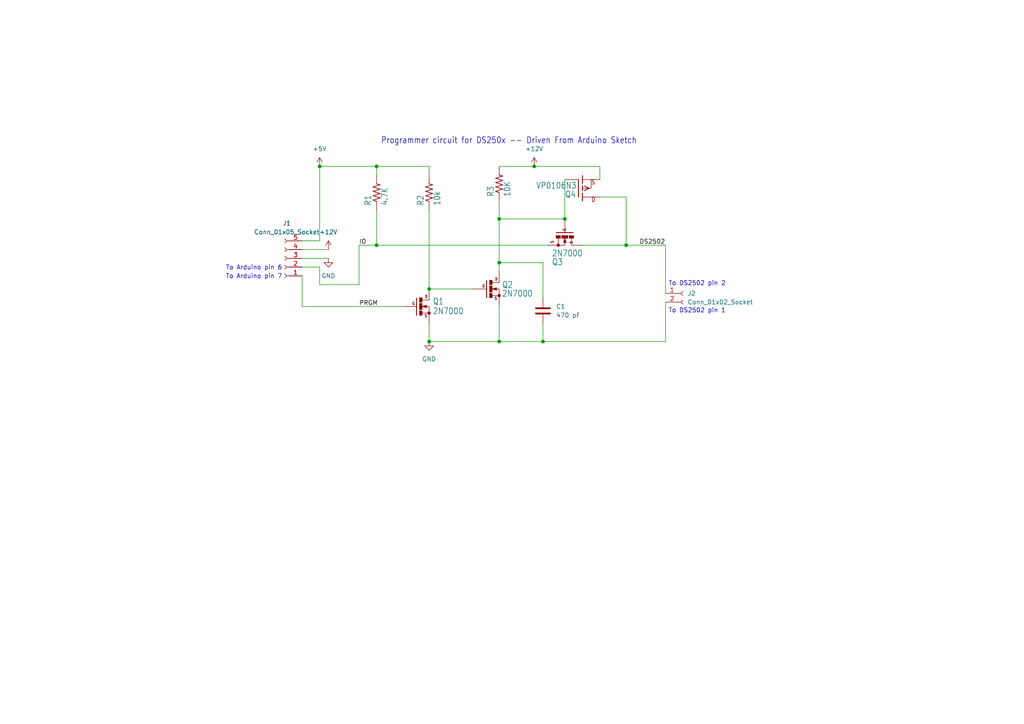
<source format=kicad_sch>
(kicad_sch (version 20231120) (generator "eeschema") (generator_version "8.0")
  (paper "A4")
  (lib_symbols
    (symbol "Connector:Conn_01x02_Socket" (pin_names (offset 1.016) hide)
      (property "Reference" "J" (at 0 2.54 0))
      (property "Value" "Conn_01x02_Socket" (at 0 -5.08 0))
      (symbol "Conn_01x02_Socket_1_1"
        (arc (start 0 -2.032) (mid -0.5058 -2.54) (end 0 -3.048) (stroke (width 0.1524)))
        (polyline (pts (xy -1.27 -2.54) (xy -0.508 -2.54)) (stroke (width 0.1524)))
        (polyline (pts (xy -1.27 0) (xy -0.508 0)) (stroke (width 0.1524)))
        (arc (start 0 0.508) (mid -0.5058 0) (end 0 -0.508) (stroke (width 0.1524)))
        (pin passive line (at -5.08 0 0) (length 3.81) (name "Pin_1") (number "1"))
        (pin passive line (at -5.08 -2.54 0) (length 3.81) (name "Pin_2") (number "2"))
      )
    )
    (symbol "Connector:Conn_01x05_Socket" (pin_names (offset 1.016) hide)
      (property "Reference" "J" (at 0 7.62 0))
      (property "Value" "Conn_01x05_Socket" (at 0 -7.62 0))
      (symbol "Conn_01x05_Socket_1_1"
        (arc (start 0 -4.572) (mid -0.5058 -5.08) (end 0 -5.588) (stroke (width 0.1524)))
        (arc (start 0 -2.032) (mid -0.5058 -2.54) (end 0 -3.048) (stroke (width 0.1524)))
        (polyline (pts (xy -1.27 -5.08) (xy -0.508 -5.08)) (stroke (width 0.1524)))
        (polyline (pts (xy -1.27 -2.54) (xy -0.508 -2.54)) (stroke (width 0.1524)))
        (polyline (pts (xy -1.27 0) (xy -0.508 0)) (stroke (width 0.1524)))
        (polyline (pts (xy -1.27 2.54) (xy -0.508 2.54)) (stroke (width 0.1524)))
        (polyline (pts (xy -1.27 5.08) (xy -0.508 5.08)) (stroke (width 0.1524)))
        (arc (start 0 0.508) (mid -0.5058 0) (end 0 -0.508) (stroke (width 0.1524)))
        (arc (start 0 3.048) (mid -0.5058 2.54) (end 0 2.032) (stroke (width 0.1524)))
        (arc (start 0 5.588) (mid -0.5058 5.08) (end 0 4.572) (stroke (width 0.1524)))
        (pin passive line (at -5.08 5.08 0) (length 3.81) (name "Pin_1") (number "1"))
        (pin passive line (at -5.08 2.54 0) (length 3.81) (name "Pin_2") (number "2"))
        (pin passive line (at -5.08 0 0) (length 3.81) (name "Pin_3") (number "3"))
        (pin passive line (at -5.08 -2.54 0) (length 3.81) (name "Pin_4") (number "4"))
        (pin passive line (at -5.08 -5.08 0) (length 3.81) (name "Pin_5") (number "5"))
      )
    )
    (symbol "DS2502_prog-eagle-import:BS170T092-"
      (property "Reference" "Q" (at 5.08 2.54 0))
      (property "Value" "BS170T092-" (at 5.08 0 0))
      (symbol "BS170T092-_1_0"
        (rectangle (start -0.254 -2.54) (end 0.508 -1.27) (fill (type outline)))
        (rectangle (start -0.254 -0.889) (end 0.508 0.889) (fill (type outline)))
        (rectangle (start -0.254 1.27) (end 0.508 2.54) (fill (type outline)))
        (polyline (pts (xy -1.1176 0) (xy -2.54 0)) (stroke (width 0.1524)))
        (polyline (pts (xy -1.1176 0) (xy -1.1176 -2.54)) (stroke (width 0.254)))
        (polyline (pts (xy -1.1176 2.413) (xy -1.1176 0)) (stroke (width 0.254)))
        (polyline (pts (xy 0.508 -1.905) (xy 2.54 -1.905)) (stroke (width 0.1524)))
        (polyline (pts (xy 0.508 0) (xy 1.143 0)) (stroke (width 0.1524)))
        (polyline (pts (xy 0.508 0) (xy 1.778 0.381)) (stroke (width 0.1524)))
        (polyline (pts (xy 1.143 0) (xy 1.651 -0.127)) (stroke (width 0.3048)))
        (polyline (pts (xy 1.143 0) (xy 2.54 0)) (stroke (width 0.1524)))
        (polyline (pts (xy 1.651 0.127) (xy 1.143 0)) (stroke (width 0.3048)))
        (polyline (pts (xy 1.778 -0.381) (xy 0.508 0)) (stroke (width 0.1524)))
        (polyline (pts (xy 1.778 0.381) (xy 1.778 -0.381)) (stroke (width 0.1524)))
        (polyline (pts (xy 2.54 -1.905) (xy 2.54 -2.54)) (stroke (width 0.1524)))
        (polyline (pts (xy 2.54 0) (xy 2.54 -1.905)) (stroke (width 0.1524)))
        (polyline (pts (xy 2.54 1.905) (xy 0.5334 1.905)) (stroke (width 0.1524)))
        (polyline (pts (xy 2.54 2.54) (xy 2.54 1.905)) (stroke (width 0.1524)))
        (circle (center 2.54 -1.905) (radius 0.254) (stroke (width 0.4064)))
        (text "D" (at 1.27 2.413 0) (effects (font (size 0.8128 0.6908)) (justify left bottom)))
        (text "G" (at -2.413 0.381 0) (effects (font (size 0.8128 0.6908)) (justify left bottom)))
        (text "S" (at 1.143 -3.175 0) (effects (font (size 0.8128 0.6908)) (justify left bottom)))
        (pin passive line (at 2.54 5.08 270) (length 2.54) (name "D") (number "1"))
        (pin passive line (at -5.08 0 0) (length 2.54) (name "G") (number "2"))
        (pin passive line (at 2.54 -5.08 90) (length 2.54) (name "S") (number "3"))
      )
    )
    (symbol "DS2502_prog-eagle-import:BSS110TO920"
      (property "Reference" "Q" (at -11.43 2.54 0))
      (property "Value" "BSS110TO920" (at -11.43 0 0))
      (symbol "BSS110TO920_1_0"
        (polyline (pts (xy -2.54 -2.54) (xy -1.2192 -2.54)) (stroke (width 0.1524)))
        (polyline (pts (xy -1.143 2.54) (xy -1.143 -2.54)) (stroke (width 0.254)))
        (polyline (pts (xy 0 -1.397) (xy 0 -3.683)) (stroke (width 0.254)))
        (polyline (pts (xy 0 0) (xy 0 -0.762)) (stroke (width 0.254)))
        (polyline (pts (xy 0 0) (xy 1.905 0)) (stroke (width 0.1524)))
        (polyline (pts (xy 0 0.762) (xy 0 0)) (stroke (width 0.254)))
        (polyline (pts (xy 0 3.683) (xy 0 1.397)) (stroke (width 0.254)))
        (polyline (pts (xy 0.635 -0.635) (xy 1.905 0)) (stroke (width 0.254)))
        (polyline (pts (xy 0.635 0.635) (xy 1.905 0)) (stroke (width 0.254)))
        (polyline (pts (xy 1.905 0) (xy 2.54 0)) (stroke (width 0.1524)))
        (polyline (pts (xy 2.54 0) (xy 2.54 -2.54)) (stroke (width 0.1524)))
        (text "D" (at 2.54 2.54 0) (effects (font (size 1.27 1.0795)) (justify left bottom)))
        (text "S" (at 2.54 -2.54 0) (effects (font (size 1.27 1.0795)) (justify left bottom)))
        (pin passive line (at 5.08 2.54 180) (length 5.08) (name "D") (number "1"))
        (pin passive line (at -5.08 -2.54 0) (length 2.54) (name "G") (number "2"))
        (pin passive line (at 5.08 -2.54 180) (length 5.08) (name "S") (number "3"))
      )
    )
    (symbol "DS2502_prog-eagle-import:R-US_0207/2V"
      (property "Reference" "R" (at -3.81 1.4986 0))
      (property "Value" "R-US_0207{slash}2V" (at -3.81 -3.302 0))
      (symbol "R-US_0207/2V_1_0"
        (polyline (pts (xy -2.54 0) (xy -2.159 1.016)) (stroke (width 0.2032)))
        (polyline (pts (xy -2.159 1.016) (xy -1.524 -1.016)) (stroke (width 0.2032)))
        (polyline (pts (xy -1.524 -1.016) (xy -0.889 1.016)) (stroke (width 0.2032)))
        (polyline (pts (xy -0.889 1.016) (xy -0.254 -1.016)) (stroke (width 0.2032)))
        (polyline (pts (xy -0.254 -1.016) (xy 0.381 1.016)) (stroke (width 0.2032)))
        (polyline (pts (xy 0.381 1.016) (xy 1.016 -1.016)) (stroke (width 0.2032)))
        (polyline (pts (xy 1.016 -1.016) (xy 1.651 1.016)) (stroke (width 0.2032)))
        (polyline (pts (xy 1.651 1.016) (xy 2.286 -1.016)) (stroke (width 0.2032)))
        (polyline (pts (xy 2.286 -1.016) (xy 2.54 0)) (stroke (width 0.2032)))
        (pin passive line (at -5.08 0 0) (length 2.54) (name "1") (number "1"))
        (pin passive line (at 5.08 0 180) (length 2.54) (name "2") (number "2"))
      )
    )
    (symbol "DS2502_prog-eagle-import:R-US_0309/10"
      (property "Reference" "R" (at -3.81 1.4986 0))
      (property "Value" "R-US_0309{slash}10" (at -3.81 -3.302 0))
      (symbol "R-US_0309/10_1_0"
        (polyline (pts (xy -2.54 0) (xy -2.159 1.016)) (stroke (width 0.2032)))
        (polyline (pts (xy -2.159 1.016) (xy -1.524 -1.016)) (stroke (width 0.2032)))
        (polyline (pts (xy -1.524 -1.016) (xy -0.889 1.016)) (stroke (width 0.2032)))
        (polyline (pts (xy -0.889 1.016) (xy -0.254 -1.016)) (stroke (width 0.2032)))
        (polyline (pts (xy -0.254 -1.016) (xy 0.381 1.016)) (stroke (width 0.2032)))
        (polyline (pts (xy 0.381 1.016) (xy 1.016 -1.016)) (stroke (width 0.2032)))
        (polyline (pts (xy 1.016 -1.016) (xy 1.651 1.016)) (stroke (width 0.2032)))
        (polyline (pts (xy 1.651 1.016) (xy 2.286 -1.016)) (stroke (width 0.2032)))
        (polyline (pts (xy 2.286 -1.016) (xy 2.54 0)) (stroke (width 0.2032)))
        (pin passive line (at -5.08 0 0) (length 2.54) (name "1") (number "1"))
        (pin passive line (at 5.08 0 180) (length 2.54) (name "2") (number "2"))
      )
    )
    (symbol "Device:C" (pin_numbers hide) (pin_names (offset 0.254))
      (property "Reference" "C" (at 0.635 2.54 0))
      (property "Value" "C" (at 0.635 -2.54 0))
      (symbol "C_0_1"
        (polyline (pts (xy -2.032 -0.762) (xy 2.032 -0.762)) (stroke (width 0.508)))
        (polyline (pts (xy -2.032 0.762) (xy 2.032 0.762)) (stroke (width 0.508)))
      )
      (symbol "C_1_1"
        (pin passive line (at 0 3.81 270) (length 2.794) (name "~") (number "1"))
        (pin passive line (at 0 -3.81 90) (length 2.794) (name "~") (number "2"))
      )
    )
    (symbol "power:+12V" (power) (pin_numbers hide) (pin_names (offset 0) hide)
      (property "Value" "+12V" (at 0 3.556 0))
      (symbol "+12V_0_1"
        (polyline (pts (xy -0.762 1.27) (xy 0 2.54)))
        (polyline (pts (xy 0 0) (xy 0 2.54)))
        (polyline (pts (xy 0 2.54) (xy 0.762 1.27)))
      )
      (symbol "+12V_1_1"
        (pin power_in line (at 0 0 90) (length 0) (name "~") (number "1"))
      )
    )
    (symbol "power:+5V" (power) (pin_numbers hide) (pin_names (offset 0) hide)
      (property "Value" "+5V" (at 0 3.556 0))
      (symbol "+5V_0_1"
        (polyline (pts (xy -0.762 1.27) (xy 0 2.54)))
        (polyline (pts (xy 0 0) (xy 0 2.54)))
        (polyline (pts (xy 0 2.54) (xy 0.762 1.27)))
      )
      (symbol "+5V_1_1"
        (pin power_in line (at 0 0 90) (length 0) (name "~") (number "1"))
      )
    )
    (symbol "power:GND" (power) (pin_numbers hide) (pin_names (offset 0) hide)
      (property "Value" "GND" (at 0 -3.81 0))
      (symbol "GND_0_1"
        (polyline (pts (xy 0 0) (xy 0 -1.27) (xy 1.27 -1.27) (xy 0 -2.54) (xy -1.27 -1.27) (xy 0 -1.27)))
      )
      (symbol "GND_1_1"
        (pin power_in line (at 0 0 270) (length 0) (name "~") (number "1"))
      )
    )
  )
  (junction (at 144.78 99.06))
  (junction (at 109.22 71.12))
  (junction (at 181.61 71.12))
  (junction (at 157.48 99.06))
  (junction (at 163.83 63.5))
  (junction (at 109.22 48.26))
  (junction (at 124.46 99.06))
  (junction (at 124.46 83.82))
  (junction (at 92.71 48.26))
  (junction (at 144.78 76.2))
  (junction (at 154.94 48.26))
  (junction (at 144.78 63.5))
  (wire (pts (xy 144.78 58.42) (xy 144.78 63.5)))
  (wire (pts (xy 92.71 48.26) (xy 109.22 48.26)))
  (wire (pts (xy 92.71 77.47) (xy 87.63 77.47)))
  (wire (pts (xy 144.78 99.06) (xy 157.48 99.06)))
  (wire (pts (xy 144.78 78.74) (xy 144.78 76.2)))
  (wire (pts (xy 181.61 71.12) (xy 193.04 71.12)))
  (wire (pts (xy 124.46 93.98) (xy 124.46 99.06)))
  (wire (pts (xy 168.91 71.12) (xy 181.61 71.12)))
  (wire (pts (xy 95.25 72.39) (xy 87.63 72.39)))
  (wire (pts (xy 144.78 99.06) (xy 144.78 88.9)))
  (wire (pts (xy 92.71 69.85) (xy 87.63 69.85)))
  (wire (pts (xy 193.04 87.63) (xy 193.04 99.06)))
  (wire (pts (xy 193.04 71.12) (xy 193.04 85.09)))
  (wire (pts (xy 104.14 82.55) (xy 92.71 82.55)))
  (wire (pts (xy 92.71 48.26) (xy 92.71 69.85)))
  (wire (pts (xy 154.94 48.26) (xy 173.99 48.26)))
  (wire (pts (xy 144.78 63.5) (xy 163.83 63.5)))
  (wire (pts (xy 163.83 52.07) (xy 163.83 63.5)))
  (wire (pts (xy 144.78 63.5) (xy 144.78 76.2)))
  (wire (pts (xy 104.14 71.12) (xy 109.22 71.12)))
  (wire (pts (xy 109.22 48.26) (xy 124.46 48.26)))
  (wire (pts (xy 109.22 48.26) (xy 109.22 50.8)))
  (wire (pts (xy 144.78 48.26) (xy 154.94 48.26)))
  (wire (pts (xy 104.14 71.12) (xy 104.14 82.55)))
  (wire (pts (xy 173.99 52.07) (xy 173.99 48.26)))
  (wire (pts (xy 87.63 88.9) (xy 116.84 88.9)))
  (wire (pts (xy 92.71 82.55) (xy 92.71 77.47)))
  (wire (pts (xy 87.63 74.93) (xy 95.25 74.93)))
  (wire (pts (xy 144.78 76.2) (xy 157.48 76.2)))
  (wire (pts (xy 109.22 60.96) (xy 109.22 71.12)))
  (wire (pts (xy 157.48 99.06) (xy 193.04 99.06)))
  (wire (pts (xy 157.48 93.98) (xy 157.48 99.06)))
  (wire (pts (xy 173.99 57.15) (xy 181.61 57.15)))
  (wire (pts (xy 124.46 50.8) (xy 124.46 48.26)))
  (wire (pts (xy 124.46 60.96) (xy 124.46 83.82)))
  (wire (pts (xy 109.22 71.12) (xy 158.75 71.12)))
  (wire (pts (xy 124.46 83.82) (xy 137.16 83.82)))
  (wire (pts (xy 87.63 80.01) (xy 87.63 88.9)))
  (wire (pts (xy 124.46 99.06) (xy 144.78 99.06)))
  (wire (pts (xy 181.61 57.15) (xy 181.61 71.12)))
  (wire (pts (xy 157.48 76.2) (xy 157.48 86.36)))
  (text "To DS2502 pin 2" (at 202.184 82.296 0) (effects (font (size 1.27 1.27))))
  (text "To Arduino pin 6\n" (at 73.66 77.724 0) (effects (font (size 1.27 1.27))))
  (text "To DS2502 pin 1" (at 202.184 90.17 0) (effects (font (size 1.27 1.27))))
  (text "To Arduino pin 7" (at 73.66 80.264 0) (effects (font (size 1.27 1.27))))
  (text "Programmer circuit for DS250x -- Driven From Arduino Sketch" (at 110.49 41.91 0) (effects (font (size 1.778 1.5113)) (justify left bottom)))
  (label "DS2502" (at 185.42 71.12 0))
  (label "IO" (at 104.14 71.12 0))
  (label "PRGM" (at 104.14 88.9 0))
  (symbol (lib_id "power:+12V") (at 95.25 72.39 0) (unit 1)
    (property "Reference" "#PWR02" (effects (hide yes)))
    (property "Value" "+12V" (at 95.25 67.31 0))
    (property "Description" "Power symbol creates a global label with name \"+12V\"" (effects (hide yes)))
  )
  (symbol (lib_id "power:+5V") (at 92.71 48.26 0) (unit 1)
    (property "Reference" "#PWR01" (effects (hide yes)))
    (property "Value" "+5V" (at 92.71 43.18 0))
    (property "Description" "Power symbol creates a global label with name \"+5V\"" (effects (hide yes)))
  )
  (symbol (lib_id "Connector:Conn_01x02_Socket") (at 198.12 85.09 0) (unit 1)
    (property "Reference" "J2" (at 199.39 85.0899 0) (effects (justify left)))
    (property "Value" "Conn_01x02_Socket" (at 199.39 87.6299 0) (effects (justify left)))
    (property "Footprint" "Connector_PinSocket_2.54mm:PinSocket_1x02_P2.54mm_Vertical" (effects (hide yes)))
    (property "Description" "Generic connector, single row, 01x02, script generated" (effects (hide yes)))
  )
  (symbol (lib_id "Connector:Conn_01x05_Socket") (at 82.55 74.93 180) (unit 1)
    (property "Reference" "J1" (at 83.185 64.77 0))
    (property "Value" "Conn_01x05_Socket" (at 83.185 67.31 0))
    (property "Footprint" "Connector_PinSocket_2.54mm:PinSocket_1x05_P2.54mm_Vertical" (effects (hide yes)))
    (property "Description" "Generic connector, single row, 01x05, script generated" (effects (hide yes)))
  )
  (symbol (lib_id "DS2502_prog-eagle-import:BSS110TO920") (at 168.91 54.61 0) (mirror x) (unit 1)
    (property "Reference" "Q4" (at 163.83 55.372 0) (effects (font (size 1.778 1.5113)) (justify left bottom)))
    (property "Value" "VP0106N3" (at 155.448 52.832 0) (effects (font (size 1.778 1.5113)) (justify left bottom)))
    (property "Footprint" "Package_TO_SOT_THT:TO-92_Inline_Wide" (effects (hide yes)))
  )
  (symbol (lib_id "DS2502_prog-eagle-import:BS170T092-") (at 142.24 83.82 0) (unit 1)
    (property "Reference" "Q2" (at 145.542 83.566 0) (effects (font (size 1.778 1.5113)) (justify left bottom)))
    (property "Value" "2N7000" (at 145.542 86.106 0) (effects (font (size 1.778 1.5113)) (justify left bottom)))
    (property "Footprint" "Package_TO_SOT_THT:TO-92_Inline_Wide" (effects (hide yes)))
  )
  (symbol (lib_id "Device:C") (at 157.48 90.17 0) (unit 1)
    (property "Reference" "C1" (at 161.29 88.8999 0) (effects (justify left)))
    (property "Value" "470 pF" (at 161.29 91.4399 0) (effects (justify left)))
    (property "Footprint" "Capacitor_THT:C_Disc_D5.0mm_W2.5mm_P5.00mm" (effects (hide yes)))
    (property "Description" "Unpolarized capacitor" (effects (hide yes)))
  )
  (symbol (lib_id "DS2502_prog-eagle-import:R-US_0207/2V") (at 109.22 55.88 90) (unit 1)
    (property "Reference" "R1" (at 107.7214 59.69 0) (effects (font (size 1.778 1.5113)) (justify left bottom)))
    (property "Value" "4.7K" (at 112.522 59.69 0) (effects (font (size 1.778 1.5113)) (justify left bottom)))
    (property "Footprint" "Resistor_THT:R_Axial_DIN0207_L6.3mm_D2.5mm_P7.62mm_Horizontal" (effects (hide yes)))
  )
  (symbol (lib_id "power:GND") (at 124.46 99.06 0) (unit 1)
    (property "Reference" "#PWR04" (effects (hide yes)))
    (property "Value" "GND" (at 124.46 104.14 0))
    (property "Description" "Power symbol creates a global label with name \"GND\" , ground" (effects (hide yes)))
  )
  (symbol (lib_id "DS2502_prog-eagle-import:BS170T092-") (at 121.92 88.9 0) (unit 1)
    (property "Reference" "Q1" (at 125.476 88.392 0) (effects (font (size 1.778 1.5113)) (justify left bottom)))
    (property "Value" "2N7000" (at 125.476 91.186 0) (effects (font (size 1.778 1.5113)) (justify left bottom)))
    (property "Footprint" "Package_TO_SOT_THT:TO-92_Inline_Wide" (effects (hide yes)))
  )
  (symbol (lib_id "DS2502_prog-eagle-import:R-US_0207/2V") (at 144.78 53.34 90) (unit 1)
    (property "Reference" "R3" (at 143.2814 57.15 0) (effects (font (size 1.778 1.5113)) (justify left bottom)))
    (property "Value" "10K" (at 148.082 57.15 0) (effects (font (size 1.778 1.5113)) (justify left bottom)))
    (property "Footprint" "Resistor_THT:R_Axial_DIN0207_L6.3mm_D2.5mm_P7.62mm_Horizontal" (effects (hide yes)))
  )
  (symbol (lib_id "power:GND") (at 95.25 74.93 0) (unit 1)
    (property "Reference" "#PWR03" (effects (hide yes)))
    (property "Value" "GND" (at 95.25 80.01 0))
    (property "Description" "Power symbol creates a global label with name \"GND\" , ground" (effects (hide yes)))
  )
  (symbol (lib_id "power:+12V") (at 154.94 48.26 0) (unit 1)
    (property "Reference" "#PWR05" (effects (hide yes)))
    (property "Value" "+12V" (at 154.94 43.18 0))
    (property "Description" "Power symbol creates a global label with name \"+12V\"" (effects (hide yes)))
  )
  (symbol (lib_id "DS2502_prog-eagle-import:R-US_0309/10") (at 124.46 55.88 90) (unit 1)
    (property "Reference" "R2" (at 122.9614 59.69 0) (effects (font (size 1.778 1.5113)) (justify left bottom)))
    (property "Value" "10k" (at 127.762 59.69 0) (effects (font (size 1.778 1.5113)) (justify left bottom)))
    (property "Footprint" "Resistor_THT:R_Axial_DIN0207_L6.3mm_D2.5mm_P7.62mm_Horizontal" (effects (hide yes)))
  )
  (symbol (lib_id "DS2502_prog-eagle-import:BS170T092-") (at 163.83 68.58 270) (unit 1)
    (property "Reference" "Q3" (at 160.02 76.962 90) (effects (font (size 1.778 1.5113)) (justify left bottom)))
    (property "Value" "2N7000" (at 160.02 74.422 90) (effects (font (size 1.778 1.5113)) (justify left bottom)))
    (property "Footprint" "Package_TO_SOT_THT:TO-92_Inline_Wide" (effects (hide yes)))
  )
)
</source>
